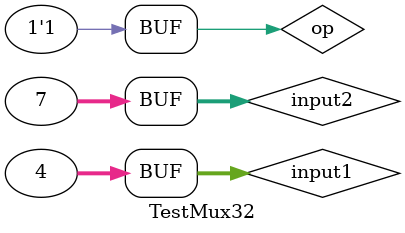
<source format=v>
`timescale 1ns / 1ps


module TestMux32;

	// Inputs
	reg [31:0] input1;
	reg [31:0] input2;
	reg op;

	// Outputs
	wire [31:0] out;

	// Instantiate the Unit Under Test (UUT)
	Mux_32 uut (
		.input1(input1), 
		.input2(input2), 
		.op(op), 
		.out(out)
	);

	initial begin
		// Initialize Inputs
		input1 = 0;
		input2 = 0;
		op = 0;

		// Wait 100 ns for global reset to finish
		#100;
		input1 = 32'b100;
		input2 = 32'b111;
		op =1;
        
		// Add stimulus here

	end
      
endmodule


</source>
